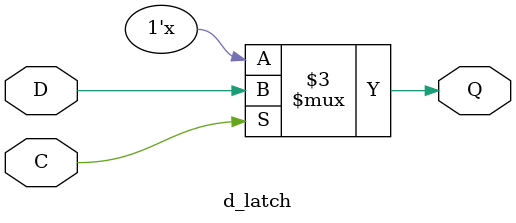
<source format=v>
module d_latch (
    input wire D, C,
    output reg Q
);

    always @*
        if(C == 1)
            Q <= D;

endmodule
</source>
